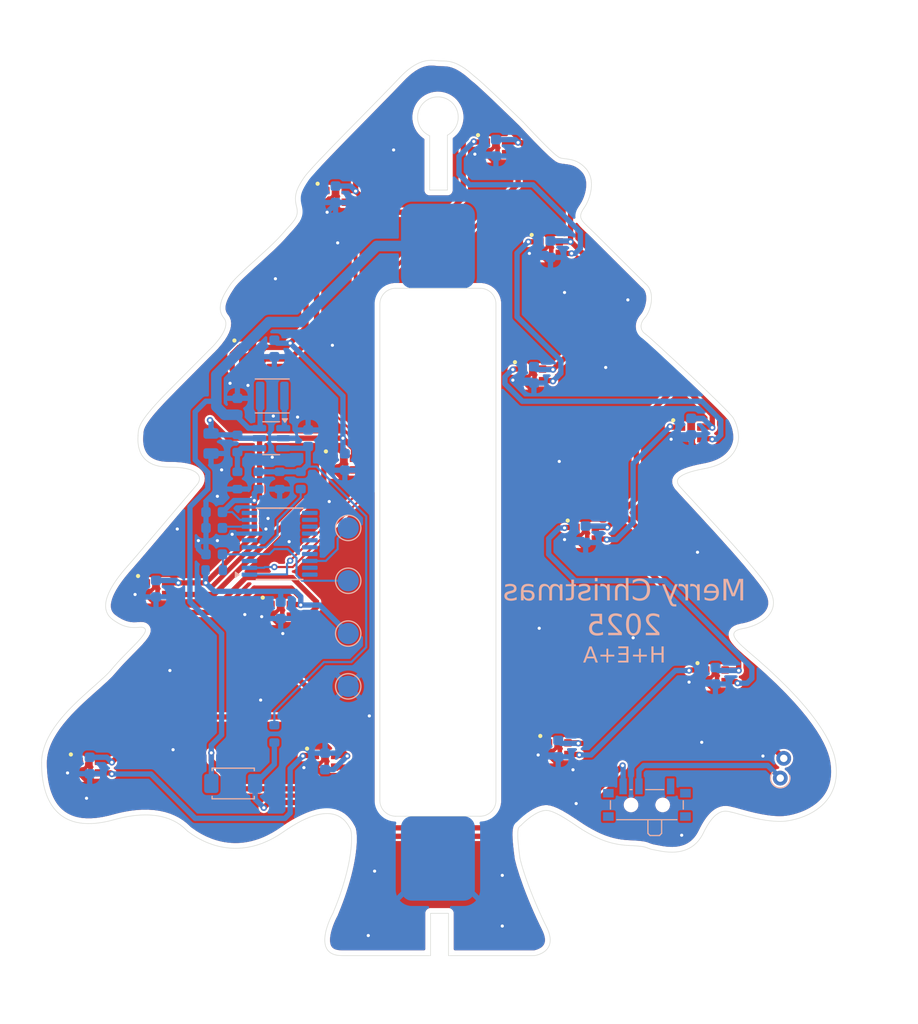
<source format=kicad_pcb>
(kicad_pcb (version 20241229) (generator "pcbnew") (generator_version "9.0")
  (layers (0 "F.Cu" signal) (2 "B.Cu" signal) (13 "F.Paste" user) (15 "B.Paste" user) (5 "F.SilkS" user "F.Silkscreen") (7 "B.SilkS" user "B.Silkscreen") (1 "F.Mask" user) (3 "B.Mask" user) (25 "Edge.Cuts" user))
  (net 0 "")
  (net 1 "GND")
  (net 2 "Net-(J1-Pin_1)")
  (net 3 "+5V")
  (net 4 "Net-(U1-EN)")
  (net 5 "Net-(U4-VCAP)")
  (net 6 "Net-(U1-SW)")
  (net 7 "Net-(LED1-DO)")
  (net 8 "Net-(LED1-DI)")
  (net 9 "Net-(LED2-DO)")
  (net 10 "Net-(LED3-DO)")
  (net 11 "Net-(LED4-DO)")
  (net 12 "Net-(LED11-DI)")
  (net 13 "Net-(LED6-DO)")
  (net 14 "Net-(LED6-DI)")
  (net 15 "Net-(LED7-DO)")
  (net 16 "Net-(LED8-DO)")
  (net 17 "Net-(LED10-DI)")
  (net 18 "Net-(LED10-DO)")
  (net 19 "Net-(U1-Vfb)")
  (net 20 "Net-(S1-A)")
  (net 21 "Net-(U4-PA1)")
  (net 22 "Net-(SW1-B)")
  (net 33 "Net-(U4-NRST)")
  (net 34 "Net-(U4-PD1)")
  (net 38 "Net-(LED11-DO)")
  (net 39 "unconnected-(LED12-DO-Pad1)")
  (net 40 "Net-(LED13-DO)")
  (footprint "my_custom_footyprints:WS2812_2020" (layer "F.Cu") (at 218.5 83.5 180)
    (property "Reference" "LED8" (hide yes))
    (property "Value" "~" (hide yes))
  )
  (footprint "my_custom_footyprints:WS2812_2020" (layer "F.Cu") (at 191.915 81.45 180)
    (property "Reference" "LED2" (hide yes))
    (property "Value" "~" (hide yes))
  )
  (footprint "my_custom_footyprints:WS2812_2020" (layer "F.Cu") (at 220.9 118.9 180)
    (property "Reference" "LED14" (hide yes))
    (property "Value" "~")
  )
  (footprint "my_custom_footyprints:WS2812_2020" (layer "F.Cu") (at 198.8 120.1 180)
    (property "Reference" "LED11" (hide yes))
    (property "Value" "~")
  )
  (footprint "my_custom_footyprints:WS2812_2020" (layer "F.Cu") (at 223.5 98.5 180)
    (property "Reference" "LED10" (hide yes))
    (property "Value" "~" (hide yes))
  )
  (footprint "my_custom_footyprints:WS2812_2020" (layer "F.Cu") (at 215 62 180)
    (property "Reference" "LED6" (hide yes))
    (property "Value" "~" (hide yes))
  )
  (footprint "my_custom_footyprints:WS2812_2020" (layer "F.Cu") (at 200.585 91.95 180)
    (property "Reference" "LED3" (hide yes))
    (property "Value" "~" (hide yes))
  )
  (footprint "my_custom_footyprints:WS2812_2020" (layer "F.Cu") (at 235.8 112 180)
    (property "Reference" "LED13" (hide yes))
    (property "Value" "~")
  )
  (footprint "my_custom_footyprints:WS2812_2020" (layer "F.Cu") (at 220.085 71.45 180)
    (property "Reference" "LED7" (hide yes))
    (property "Value" "~" (hide yes))
  )
  (footprint "my_custom_footyprints:WS2812_2020" (layer "F.Cu") (at 194.6 105.8 180)
    (property "Reference" "LED5" (hide yes))
    (property "Value" "~" (hide yes))
  )
  (footprint "my_custom_footyprints:WS2812_2020" (layer "F.Cu") (at 176.4175 120.65 180)
    (property "Reference" "LED12" (hide yes))
    (property "Value" "~")
  )
  (footprint "my_custom_footyprints:WS2812_2020" (layer "F.Cu") (at 182.7825 103.75 180)
    (property "Reference" "LED4" (hide yes))
    (property "Value" "~" (hide yes))
  )
  (footprint "my_custom_footyprints:WS2812_2020" (layer "F.Cu") (at 233.5 89 180)
    (property "Reference" "LED9" (hide yes))
    (property "Value" "~" (hide yes))
  )
  (footprint "my_custom_footyprints:WS2812_2020" (layer "F.Cu") (at 199.8 66.6 180)
    (property "Reference" "LED1" (hide yes))
    (property "Value" "~" (hide yes))
  )
  (footprint "PCM_JLCPCB:C_0603" (layer "B.Cu") (at 199.8 66.4 90)
    (property "Reference" "C12" (hide yes))
    (property "Value" "100nF" (hide yes))
  )
  (footprint "Inductor_SMD:L_APV_ANR3015" (layer "B.Cu") (at 193.8 85.5)
    (property "Reference" "L1" (hide yes))
    (property "Value" "4u7" (hide yes))
  )
  (footprint "PCM_JLCPCB:C_0603" (layer "B.Cu") (at 188.3 100.5 180)
    (property "Reference" "C16" (hide yes))
    (property "Value" "100nF" (hide yes))
  )
  (footprint "PCM_JLCPCB:R_0603" (layer "B.Cu") (at 190.5 90 -90)
    (property "Reference" "R1" (hide yes))
    (property "Value" "470kΩ" (hide yes))
  )
  (footprint "PCM_JLCPCB:R_0603" (layer "B.Cu") (at 192.5 93.5 -90)
    (property "Reference" "R3" (hide yes))
    (property "Value" "100kΩ" (hide yes))
  )
  (footprint "PCM_JLCPCB:C_0603" (layer "B.Cu") (at 235.8 112 90)
    (property "Reference" "C19" (hide yes))
    (property "Value" "100nF")
  )
  (footprint "PCM_JLCPCB:C_0603" (layer "B.Cu") (at 233.5 88.4 90)
    (property "Reference" "C15" (hide yes))
    (property "Value" "100nF" (hide yes))
  )
  (footprint "TestPoint:TestPoint_Pad_D2.0mm" (layer "B.Cu") (at 201 98)
    (property "Reference" "TP1" (hide yes))
    (property "Value" "TestPoint" (hide yes))
  )
  (footprint "PCM_JLCPCB:C_0603" (layer "B.Cu") (at 220.9 118.9 90)
    (property "Reference" "C20" (hide yes))
    (property "Value" "100nF")
  )
  (footprint "my_custom_footyprints:AAA cutout" (layer "B.Cu") (at 209.5 100.3 180)
    (property "Reference" "J1" (hide yes))
    (property "Value" "Conn_01x02" (hide yes))
    (fp_line (start 5.5 23.5) (end 5.5 -23.5) (stroke (width 0.05)) (layer "Edge.Cuts"))
    (fp_line (start -4 25) (end 4 25) (stroke (width 0.05)) (layer "Edge.Cuts"))
    (fp_line (start -4 -25) (end 4 -25) (stroke (width 0.05)) (layer "Edge.Cuts"))
    (fp_line (start -5.5 23.499999) (end -5.5 -23.499999) (stroke (width 0.05)) (layer "Edge.Cuts"))
    (fp_arc (start 5.5 23.5) (mid 5.06066 24.56066) (end 4 25) (stroke (width 0.05)) (layer "Edge.Cuts"))
    (fp_arc (start 4 -25) (mid 5.06066 -24.56066) (end 5.5 -23.5) (stroke (width 0.05)) (layer "Edge.Cuts"))
    (fp_arc (start -4 25) (mid -5.06066 24.56066) (end -5.5 23.5) (stroke (width 0.05)) (layer "Edge.Cuts"))
    (fp_arc (start -5.5 -23.5) (mid -5.06066 -24.56066) (end -4 -25) (stroke (width 0.05)) (layer "Edge.Cuts"))
  )
  (footprint "PCM_JLCPCB:C_0603" (layer "B.Cu") (at 176.5 120.5 90)
    (property "Reference" "C18" (hide yes))
    (property "Value" "100nF")
  )
  (footprint "PCM_JLCPCB:SW_TS-1088-AR02016" (layer "B.Cu") (at 190.1 122.2 180)
    (property "Reference" "S1" (hide yes))
    (property "Value" "Tactile Button, 160gf" (hide yes))
  )
  (footprint "PCM_JLCPCB:C_0603" (layer "B.Cu") (at 188.3 98 180)
    (property "Reference" "C5" (hide yes))
    (property "Value" "1uF" (hide yes))
  )
  (footprint "PCM_JLCPCB:C_0603" (layer "B.Cu") (at 188.3 96.5)
    (property "Reference" "C6" (hide yes))
    (property "Value" "100nF" (hide yes))
  )
  (footprint "PCM_JLCPCB:C_0603" (layer "B.Cu") (at 200.685 91.75 90)
    (property "Reference" "C13" (hide yes))
    (property "Value" "100nF" (hide yes))
  )
  (footprint "PCM_JLCPCB:C_0603" (layer "B.Cu") (at 220.1675 71.6 90)
    (property "Reference" "C10" (hide yes))
    (property "Value" "100nF" (hide yes))
  )
  (footprint "PCM_JLCPCB:C_0603" (layer "B.Cu") (at 218.6 83.5 90)
    (property "Reference" "C9" (hide yes))
    (property "Value" "100nF" (hide yes))
  )
  (footprint "PCM_JLCPCB:R_0603" (layer "B.Cu") (at 196.5 93.5 -90)
    (property "Reference" "R5" (hide yes))
    (property "Value" "1kΩ" (hide yes))
  )
  (footprint "PCM_JLCPCB:C_0603" (layer "B.Cu") (at 182.7825 103.75 90)
    (property "Reference" "C8" (hide yes))
    (property "Value" "100nF" (hide yes))
  )
  (footprint "PCM_JLCPCB:C_0603" (layer "B.Cu") (at 194.6 105.8 90)
    (property "Reference" "C7" (hide yes))
    (property "Value" "100nF" (hide yes))
  )
  (footprint "TestPoint:TestPoint_Pad_D2.0mm" (layer "B.Cu") (at 201 113 -90)
    (property "Reference" "TP4" (hide yes))
    (property "Value" "TestPoint" (hide yes))
  )
  (footprint "Package_TO_SOT_SMD:SOT-23-6" (layer "B.Cu") (at 193.7 89.5 180)
    (property "Reference" "U1" (hide yes))
    (property "Value" "MCP1640B" (hide yes))
  )
  (footprint "PCM_JLCPCB:C_0603" (layer "B.Cu") (at 190.5 86.5 90)
    (property "Reference" "C1" (hide yes))
    (property "Value" "4.7uF" (hide yes))
  )
  (footprint "PCM_JLCPCB:C_0603" (layer "B.Cu") (at 197.2 89.5 90)
    (property "Reference" "C3" (hide yes))
    (property "Value" "1nF" (hide yes))
  )
  (footprint "PCM_JLCPCB:C_0805" (layer "B.Cu") (at 188 90 -90)
    (property "Reference" "C2" (hide yes))
    (property "Value" "10uF" (hide yes))
  )
  (footprint "Button_Switch_SMD:SW_SPDT_PCM12" (layer "B.Cu") (at 229.3 123.9 180)
    (property "Reference" "SW1" (hide yes))
    (property "Value" "SW_SPDT" (hide yes))
  )
  (footprint "PCM_JLCPCB:TSSOP-20_4.4x6.5mm_P0.65mm" (layer "B.Cu") (at 194.5 99.5)
    (property "Reference" "U4" (hide yes))
    (property "Value" "STM8S003F3P6TR" (hide yes))
  )
  (footprint "TestPoint:TestPoint_Pad_D2.0mm" (layer "B.Cu") (at 201 108 -90)
    (property "Reference" "TP3" (hide yes))
    (property "Value" "TestPoint" (hide yes))
  )
  (footprint "PCM_JLCPCB:R_0603" (layer "B.Cu") (at 188.3 102 180)
    (property "Reference" "R7" (hide yes))
    (property "Value" "100kΩ" (hide yes))
  )
  (footprint "Resistor_THT:R_Axial_DIN0204_L3.6mm_D1.6mm_P1.90mm_Vertical" (layer "B.Cu") (at 241.942849 121.691251 80)
    (property "Reference" "U2" (hide yes))
    (property "Value" "~" (hide yes))
  )
  (footprint "PCM_JLCPCB:C_0603" (layer "B.Cu") (at 194 81 90)
    (property "Reference" "C14" (hide yes))
    (property "Value" "100nF" (hide yes))
  )
  (footprint "PCM_JLCPCB:C_0603" (layer "B.Cu") (at 223.5 98.6 90)
    (property "Reference" "C11" (hide yes))
    (property "Value" "100nF" (hide yes))
  )
  (footprint "PCM_JLCPCB:R_0603" (layer "B.Cu") (at 194 117.5 90)
    (property "Reference" "R4" (hide yes))
    (property "Value" "10Ω" (hide yes))
  )
  (footprint "TestPoint:TestPoint_Pad_D2.0mm" (layer "B.Cu") (at 201 103)
    (property "Reference" "TP2" (hide yes))
    (property "Value" "TestPoint" (hide yes))
  )
  (footprint "PCM_JLCPCB:C_0603" (layer "B.Cu") (at 198.8 120.1 -90)
    (property "Reference" "C17" (hide yes))
    (property "Value" "100nF")
  )
  (footprint "PCM_JLCPCB:R_0603" (layer "B.Cu") (at 194.5 93.5 90)
    (property "Reference" "R6" (hide yes))
    (property "Value" "100kΩ" (hide yes))
  )
  (footprint "PCM_JLCPCB:R_0603" (layer "B.Cu") (at 190.5 93.5 -90)
    (property "Reference" "R2" (hide yes))
    (property "Value" "150kΩ" (hide yes))
  )
  (footprint "PCM_JLCPCB:C_0603" (layer "B.Cu") (at 215 62 90)
    (property "Reference" "C4" (hide yes))
    (property "Value" "100nF" (hide yes))
  )
  (gr_curve (pts (xy 185.79 126.73) (xy 185.99 126.83) (xy 189.88 130.27) (xy 194.86 126.78)) (stroke (width 0.05)) (layer "Edge.Cuts"))
  (gr_curve (pts (xy 178.81 125.63) (xy 183.94 124.19) (xy 185.59 126.63) (xy 185.79 126.73)) (stroke (width 0.05)) (layer "Edge.Cuts"))
  (gr_curve (pts (xy 240.75 103.56) (xy 239.11 101.13) (xy 232.56 94.29) (xy 232.36 94)) (stroke (width 0.05)) (layer "Edge.Cuts"))
  (gr_curve (pts (xy 201.19 126.48) (xy 201.44 126.88) (xy 201.53 129.78) (xy 199.54 134.51)) (stroke (width 0.05)) (layer "Edge.Cuts"))
  (gr_curve (pts (xy 184.04 92.24) (xy 187.23 92.24) (xy 187.12 93.38) (xy 186.66 93.91)) (stroke (width 0.05)) (layer "Edge.Cuts"))
  (gr_curve (pts (xy 219.82 124.75) (xy 220.78 124.8) (xy 222.66 126.29) (xy 223.48 126.75)) (stroke (width 0.05)) (layer "Edge.Cuts"))
  (gr_line (start 210.4 60.8) (end 210.4 66) (stroke (width 0.05)) (layer "Edge.Cuts"))
  (gr_curve (pts (xy 219.8 135.8) (xy 221 138.2) (xy 218.66 138.5) (xy 218.66 138.5)) (stroke (width 0.05)) (layer "Edge.Cuts"))
  (gr_curve (pts (xy 181.08 89.25) (xy 181.05 89.78) (xy 180.85 92.24) (xy 184.04 92.24)) (stroke (width 0.05)) (layer "Edge.Cuts"))
  (gr_curve (pts (xy 234.77 92.38) (xy 237.92 91.81) (xy 238.02 89.72) (xy 237.99 89.3)) (stroke (width 0.05)) (layer "Edge.Cuts"))
  (gr_line (start 210.5 138.5) (end 210.5 134.5) (stroke (width 0.05)) (layer "Edge.Cuts"))
  (gr_curve (pts (xy 221.06 62.94) (xy 220.49 62.74) (xy 217.72 59.69) (xy 217.58 59.56)) (stroke (width 0.05)) (layer "Edge.Cuts"))
  (gr_curve (pts (xy 227.58 128.07) (xy 229.59 128.16) (xy 229.03 128.29) (xy 229.9 128.47)) (stroke (width 0.05)) (layer "Edge.Cuts"))
  (gr_line (start 210.5 134.5) (end 208.8 134.5) (stroke (width 0.05)) (layer "Edge.Cuts"))
  (gr_curve (pts (xy 178.66 106.66) (xy 180.48 108.02) (xy 181.42 107.06) (xy 181.75 107.56)) (stroke (width 0.05)) (layer "Edge.Cuts"))
  (gr_arc (start 208.718779 60.857752) (mid 209.433963 57.177596) (end 210.4 60.8) (stroke (width 0.05)) (layer "Edge.Cuts"))
  (gr_curve (pts (xy 189.82 74.96) (xy 189.22 75.86) (xy 188.39 77.12) (xy 189.22 78.12)) (stroke (width 0.05)) (layer "Edge.Cuts"))
  (gr_curve (pts (xy 182.04 87.13) (xy 181.08 88.32) (xy 181.11 88.72) (xy 181.08 89.25)) (stroke (width 0.05)) (layer "Edge.Cuts"))
  (gr_curve (pts (xy 180.15 101.54) (xy 179.32 102.47) (xy 176.84 105.3) (xy 178.66 106.66)) (stroke (width 0.05)) (layer "Edge.Cuts"))
  (gr_curve (pts (xy 217.28 129.29) (xy 216.83 126.1) (xy 217.19 126.37) (xy 217.39 126.15)) (stroke (width 0.05)) (layer "Edge.Cuts"))
  (gr_curve (pts (xy 212.95 55.22) (xy 211.12 53.53) (xy 210.23 53.82) (xy 209.56 53.76)) (stroke (width 0.05)) (layer "Edge.Cuts"))
  (gr_curve (pts (xy 171.94 120.25) (xy 171.94 124.11) (xy 173.68 127.07) (xy 178.81 125.63)) (stroke (width 0.05)) (layer "Edge.Cuts"))
  (gr_curve (pts (xy 178.56 111.41) (xy 177.13 113.14) (xy 171.94 116.39) (xy 171.94 120.25)) (stroke (width 0.05)) (layer "Edge.Cuts"))
  (gr_curve (pts (xy 194.86 126.78) (xy 199.84 123.29) (xy 200.94 126.08) (xy 201.19 126.48)) (stroke (width 0.05)) (layer "Edge.Cuts"))
  (gr_curve (pts (xy 237.38 124.93) (xy 237.75 124.98) (xy 240.66 126.01) (xy 242.56 125.75)) (stroke (width 0.05)) (layer "Edge.Cuts"))
  (gr_curve (pts (xy 189.22 78.12) (xy 190.05 79.12) (xy 187.83 81.14) (xy 187.83 81.14)) (stroke (width 0.05)) (layer "Edge.Cuts"))
  (gr_curve (pts (xy 223.34 67.71) (xy 223.98 66.79) (xy 224.47 65.02) (xy 223.52 63.96)) (stroke (width 0.05)) (layer "Edge.Cuts"))
  (gr_curve (pts (xy 237.48 87.57) (xy 237.08 86.89) (xy 229.56 79.88) (xy 229.16 79.63)) (stroke (width 0.05)) (layer "Edge.Cuts"))
  (gr_curve (pts (xy 224.03 69.77) (xy 223.1 68.88) (xy 222.7 68.63) (xy 223.34 67.71)) (stroke (width 0.05)) (layer "Edge.Cuts"))
  (gr_line (start 211.4125 138.5) (end 217.4125 138.5) (stroke (width 0.05)) (layer "Edge.Cuts"))
  (gr_curve (pts (xy 234.67 126.86) (xy 235.94 124.22) (xy 237.01 124.88) (xy 237.38 124.93)) (stroke (width 0.05)) (layer "Edge.Cuts"))
  (gr_curve (pts (xy 238.86 109.66) (xy 237.69 108.65) (xy 236.82 107.8) (xy 238.4 107.53)) (stroke (width 0.05)) (layer "Edge.Cuts"))
  (gr_line (start 208.718782 60.857752) (end 208.718782 66) (stroke (width 0.05)) (layer "Edge.Cuts"))
  (gr_curve (pts (xy 194.64 70.28) (xy 193.41 71.67) (xy 190.42 74.06) (xy 189.82 74.96)) (stroke (width 0.05)) (layer "Edge.Cuts"))
  (gr_line (start 210.4 66) (end 208.718782 66) (stroke (width 0.05)) (layer "Edge.Cuts"))
  (gr_curve (pts (xy 247.17 120.04) (xy 246.48 115.96) (xy 240.03 110.67) (xy 238.86 109.66)) (stroke (width 0.05)) (layer "Edge.Cuts"))
  (gr_curve (pts (xy 229.9 128.47) (xy 230.57 128.56) (xy 233.4 129.5) (xy 234.67 126.86)) (stroke (width 0.05)) (layer "Edge.Cuts"))
  (gr_curve (pts (xy 242.56 125.75) (xy 244.46 125.49) (xy 247.86 124.12) (xy 247.17 120.04)) (stroke (width 0.05)) (layer "Edge.Cuts"))
  (gr_curve (pts (xy 199.54 134.51) (xy 199.2 135.1) (xy 197.6 138.5) (xy 200.4 138.5)) (stroke (width 0.05)) (layer "Edge.Cuts"))
  (gr_curve (pts (xy 223.48 126.75) (xy 224.3 127.21) (xy 225.57 127.98) (xy 227.58 128.07)) (stroke (width 0.05)) (layer "Edge.Cuts"))
  (gr_curve (pts (xy 217.28 129.29) (xy 217.6 130.7) (xy 218.6 133.4) (xy 219.8 135.8)) (stroke (width 0.05)) (layer "Edge.Cuts"))
  (gr_curve (pts (xy 229.1 78.11) (xy 229.69 77.45) (xy 230.16 75.65) (xy 229.16 74.86)) (stroke (width 0.05)) (layer "Edge.Cuts"))
  (gr_curve (pts (xy 205.84 55.39) (xy 203.98 57.38) (xy 197.56 63.72) (xy 196.83 64.79)) (stroke (width 0.05)) (layer "Edge.Cuts"))
  (gr_curve (pts (xy 217.39 126.15) (xy 217.59 125.93) (xy 218.86 124.7) (xy 219.82 124.75)) (stroke (width 0.05)) (layer "Edge.Cuts"))
  (gr_curve (pts (xy 209.56 53.76) (xy 208.89 53.7) (xy 207.7 53.4) (xy 205.84 55.39)) (stroke (width 0.05)) (layer "Edge.Cuts"))
  (gr_curve (pts (xy 229.16 74.86) (xy 224.06 69.8) (xy 224.96 70.66) (xy 224.03 69.77)) (stroke (width 0.05)) (layer "Edge.Cuts"))
  (gr_curve (pts (xy 186.66 93.91) (xy 186.2 94.44) (xy 180.98 100.61) (xy 180.15 101.54)) (stroke (width 0.05)) (layer "Edge.Cuts"))
  (gr_curve (pts (xy 237.99 89.3) (xy 237.96 88.88) (xy 237.88 88.25) (xy 237.48 87.57)) (stroke (width 0.05)) (layer "Edge.Cuts"))
  (gr_curve (pts (xy 196.1 67.55) (xy 196.37 68.58) (xy 195.87 68.89) (xy 194.64 70.28)) (stroke (width 0.05)) (layer "Edge.Cuts"))
  (gr_curve (pts (xy 232.36 94) (xy 232.16 93.71) (xy 231.62 92.95) (xy 234.77 92.38)) (stroke (width 0.05)) (layer "Edge.Cuts"))
  (gr_line (start 206.9125 138.5) (end 208.8 138.5) (stroke (width 0.05)) (layer "Edge.Cuts"))
  (gr_curve (pts (xy 217.58 59.56) (xy 217.44 59.43) (xy 213.69 55.74) (xy 212.95 55.22)) (stroke (width 0.05)) (layer "Edge.Cuts"))
  (gr_line (start 200.4 138.5) (end 200.9125 138.5) (stroke (width 0.05)) (layer "Edge.Cuts"))
  (gr_line (start 208.8 134.5) (end 208.8 138.5) (stroke (width 0.05)) (layer "Edge.Cuts"))
  (gr_curve (pts (xy 229.16 79.63) (xy 228.76 79.38) (xy 228.51 78.77) (xy 229.1 78.11)) (stroke (width 0.05)) (layer "Edge.Cuts"))
  (gr_line (start 200.9125 138.5) (end 206.9125 138.5) (stroke (width 0.05)) (layer "Edge.Cuts"))
  (gr_curve (pts (xy 196.83 64.79) (xy 196.1 65.86) (xy 195.83 66.52) (xy 196.1 67.55)) (stroke (width 0.05)) (layer "Edge.Cuts"))
  (gr_curve (pts (xy 187.83 81.14) (xy 184.2 84.8) (xy 183 85.94) (xy 182.04 87.13)) (stroke (width 0.05)) (layer "Edge.Cuts"))
  (gr_line (start 217.4125 138.5) (end 218.66 138.5) (stroke (width 0.05)) (layer "Edge.Cuts"))
  (gr_curve (pts (xy 223.52 63.96) (xy 222.57 62.9) (xy 221.63 63.14) (xy 221.06 62.94)) (stroke (width 0.05)) (layer "Edge.Cuts"))
  (gr_curve (pts (xy 181.75 107.56) (xy 182.08 108.06) (xy 179.99 109.68) (xy 178.56 111.41)) (stroke (width 0.05)) (layer "Edge.Cuts"))
  (gr_curve (pts (xy 238.4 107.53) (xy 239.98 107.26) (xy 242.39 105.99) (xy 240.75 103.56)) (stroke (width 0.05)) (layer "Edge.Cuts"))
  (gr_line (start 210.5 138.5) (end 211.4125 138.5) (stroke (width 0.05)) (layer "Edge.Cuts"))
  (gr_text "H+E+A\n" (at 231.1 111 0) (layer "B.SilkS") (effects (font (size 1.5 1.5) (thickness 0.1)) (justify left bottom mirror)))
  (gr_text "Merry Christmas" (at 238.7 105.2 -0) (layer "B.SilkS") (effects (font (size 2 2) (thickness 0.1)) (justify left bottom mirror)))
  (gr_text "2025" (at 230.7 108.5 0) (layer "B.SilkS") (effects (font (size 2 2) (thickness 0.1)) (justify left bottom mirror)))
  (segment (start 231.65 89.55) (end 231.6 89.6) (width 0.5) (layer "F.Cu") (net 1))
  (segment (start 219.17 72) (end 218.1675 72) (width 0.5) (layer "F.Cu") (net 1))
  (segment (start 219.985 119.45) (end 219.05 119.45) (width 0.5) (layer "F.Cu") (net 1))
  (segment (start 234.885 112.55) (end 233.35 112.55) (width 0.5) (layer "F.Cu") (net 1))
  (segment (start 199 67.265) (end 198.885 67.15) (width 0.5) (layer "F.Cu") (net 1))
  (segment (start 233.35 112.55) (end 233.3 112.6) (width 0.5) (layer "F.Cu") (net 1))
  (segment (start 221.55 99.05) (end 221.5 99.1) (width 0.5) (layer "F.Cu") (net 1))
  (segment (start 181.8675 104.3) (end 180.8 104.3) (width 0.5) (layer "F.Cu") (net 1))
  (segment (start 222.585 99.05) (end 221.55 99.05) (width 0.5) (layer "F.Cu") (net 1))
  (segment (start 216.65 84.05) (end 216.6 84) (width 0.5) (layer "F.Cu") (net 1))
  (segment (start 199 68.1) (end 199 67.265) (width 0.5) (layer "F.Cu") (net 1))
  (segment (start 193.685 106.35) (end 192.85 106.35) (width 0.5) (layer "F.Cu") (net 1))
  (segment (start 219.05 119.45) (end 219 119.5) (width 0.5) (layer "F.Cu") (net 1))
  (segment (start 217.585 84.05) (end 216.65 84.05) (width 0.5) (layer "F.Cu") (net 1))
  (segment (start 175.5025 121.2) (end 174.4 121.2) (width 0.5) (layer "F.Cu") (net 1))
  (segment (start 213.05 62.55) (end 213 62.6) (width 0.5) (layer "F.Cu") (net 1))
  (segment (start 232.585 89.55) (end 231.65 89.55) (width 0.5) (layer "F.Cu") (net 1))
  (segment (start 197.885 120.65) (end 196.85 120.65) (width 0.5) (layer "F.Cu") (net 1))
  (segment (start 192.85 106.35) (end 192.8 106.4) (width 0.5) (layer "F.Cu") (net 1))
  (segment (start 196.85 120.65) (end 196.8 120.7) (width 0.5) (layer "F.Cu") (net 1))
  (segment (start 214.085 62.55) (end 213.05 62.55) (width 0.5) (layer "F.Cu") (net 1))
  (via (at 234.5 118.3) (size 0.6) (drill 0.3) (layers "F.Cu" "B.Cu") (net 1))
  (via (at 174.4 121.2) (size 0.6) (drill 0.3) (layers "F.Cu" "B.Cu") (net 1))
  (via (at 195.4 99.3) (size 0.6) (drill 0.3) (layers "F.Cu" "B.Cu") (net 1))
  (via (at 215.6 135.7) (size 0.6) (drill 0.3) (layers "F.Cu" "B.Cu") (net 1))
  (via (at 199.2 95.5) (size 0.6) (drill 0.3) (layers "F.Cu" "B.Cu") (net 1))
  (via (at 184.4 119) (size 0.6) (drill 0.3) (layers "F.Cu" "B.Cu") (net 1))
  (via (at 188.6 99.2) (size 0.6) (drill 0.3) (layers "F.Cu" "B.Cu") (net 1))
  (via (at 219.1 107.5) (size 0.6) (drill 0.3) (layers "F.Cu" "B.Cu") (net 1))
  (via (at 190 98.6) (size 0.6) (drill 0.3) (layers "F.Cu" "B.Cu") (net 1))
  (via (at 232.6 127.1) (size 0.6) (drill 0.3) (layers "F.Cu" "B.Cu") (net 1))
  (via (at 233.3 112.6) (size 0.6) (drill 0.3) (layers "F.Cu" "B.Cu") (net 1))
  (via (at 193.9 87.4) (size 0.6) (drill 0.3) (layers "F.Cu" "B.Cu") (net 1))
  (via (at 227.5 76.4) (size 0.6) (drill 0.3) (layers "F.Cu" "B.Cu") (net 1))
  (via (at 219 119.5) (size 0.6) (drill 0.3) (layers "F.Cu" "B.Cu") (net 1))
  (via (at 193.4 97.1) (size 0.6) (drill 0.3) (layers "F.Cu" "B.Cu") (net 1))
  (via (at 203 115.8) (size 0.6) (drill 0.3) (layers "F.Cu" "B.Cu") (net 1))
  (via (at 186.8 99.2) (size 0.6) (drill 0.3) (layers "F.Cu" "B.Cu") (net 1))
  (via (at 184.1 111.5) (size 0.6) (drill 0.3) (layers "F.Cu" "B.Cu") (net 1))
  (via (at 193.2 98.1) (size 0.6) (drill 0.3) (layers "F.Cu" "B.Cu") (net 1))
  (via (at 199 68.1) (size 0.6) (drill 0.3) (layers "F.Cu" "B.Cu") (net 1))
  (via (at 192.7 114.3) (size 0.6) (drill 0.3) (layers "F.Cu" "B.Cu") (net 1))
  (via (at 231.6 89.6) (size 0.6) (drill 0.3) (layers "F.Cu" "B.Cu") (net 1))
  (via (at 222.6 124.1) (size 0.6) (drill 0.3) (layers "F.Cu" "B.Cu") (net 1))
  (via (at 218.1675 72) (size 0.6) (drill 0.3) (layers "F.Cu" "B.Cu") (net 1))
  (via (at 180.8 104.3) (size 0.6) (drill 0.3) (layers "F.Cu" "B.Cu") (net 1))
  (via (at 188.6 95) (size 0.6) (drill 0.3) (layers "F.Cu" "B.Cu") (net 1))
  (via (at 203.5 130.5) (size 0.6) (drill 0.3) (layers "F.Cu" "B.Cu") (net 1))
  (via (at 202.9 136.6) (size 0.6) (drill 0.3) (layers "F.Cu" "B.Cu") (net 1))
  (via (at 240.3 119.6) (size 0.6) (drill 0.3) (layers "F.Cu" "B.Cu") (net 1))
  (via (at 194.8 108) (size 0.6) (drill 0.3) (layers "F.Cu" "B.Cu") (net 1))
  (via (at 213 62.6) (size 0.6) (drill 0.3) (layers "F.Cu" "B.Cu") (net 1))
  (via (at 205.3 62.2) (size 0.6) (drill 0.3) (layers "F.Cu" "B.Cu") (net 1))
  (via (at 221 91.7) (size 0.6) (drill 0.3) (layers "F.Cu" "B.Cu") (net 1))
  (via (at 225.4 82.8) (size 0.6) (drill 0.3) (layers "F.Cu" "B.Cu") (net 1))
  (via (at 221.5 99.1) (size 0.6) (drill 0.3) (layers "F.Cu" "B.Cu") (net 1))
  (via (at 189.8 84.3) (size 0.6) (drill 0.3) (layers "F.Cu" "B.Cu") (net 1))
  (via (at 191.2 106.2) (size 0.6) (drill 0.3) (layers "F.Cu" "B.Cu") (net 1))
  (via (at 222.3 120.9) (size 0.6) (drill 0.3) (layers "F.Cu" "B.Cu") (net 1))
  (via (at 191.5 84.5) (size 0.6) (drill 0.3) (layers "F.Cu" "B.Cu") (net 1))
  (via (at 192.8 106.4) (size 0.6) (drill 0.3) (layers "F.Cu" "B.Cu") (net 1))
  (via (at 200 71) (size 0.6) (drill 0.3) (layers "F.Cu" "B.Cu") (net 1))
  (via (at 234.1 100.3) (size 0.6) (drill 0.3) (layers "F.Cu" "B.Cu") (net 1))
  (via (at 196.8 120.7) (size 0.6) (drill 0.3) (layers "F.Cu" "B.Cu") (net 1))
  (via (at 196.2 87.5) (size 0.6) (drill 0.3) (layers "F.Cu" "B.Cu") (net 1))
  (via (at 221.5 75.7) (size 0.6) (drill 0.3) (layers "F.Cu" "B.Cu") (net 1))
  (via (at 199.5 80.7) (size 0.6) (drill 0.3) (layers "F.Cu" "B.Cu") (net 1))
  (via (at 176.2 123.6) (size 0.6) (drill 0.3) (layers "F.Cu" "B.Cu") (net 1))
  (via (at 194.1 74.4) (size 0.6) (drill 0.3) (layers "F.Cu" "B.Cu") (net 1))
  (via (at 228 108.4) (size 0.6) (drill 0.3) (layers "F.Cu" "B.Cu") (net 1))
  (via (at 193.8 91.3) (size 0.6) (drill 0.3) (layers "F.Cu" "B.Cu") (net 1))
  (via (at 216.6 84) (size 0.6) (drill 0.3) (layers "F.Cu" "B.Cu") (net 1))
  (via (at 184.8 98.1) (size 0.6) (drill 0.3) (layers "F.Cu" "B.Cu") (net 1))
  (via (at 215.6 130.9) (size 0.6) (drill 0.3) (layers "F.Cu" "B.Cu") (net 1))
  (via (at 189 92.5) (size 0.6) (drill 0.3) (layers "F.Cu" "B.Cu") (net 1))
  (segment (start 199.8 67.3) (end 199 68.1) (width 0.5) (layer "B.Cu") (net 1))
  (segment (start 223.22 99.1) (end 223.5 99.38) (width 0.5) (layer "B.Cu") (net 1))
  (segment (start 214.82 62.6) (end 215 62.78) (width 0.5) (layer "B.Cu") (net 1))
  (segment (start 231.6 89.6) (end 233.08 89.6) (width 0.5) (layer "B.Cu") (net 1))
  (segment (start 213 62.6) (end 214.82 62.6) (width 0.5) (layer "B.Cu") (net 1))
  (segment (start 220.72 119.5) (end 220.9 119.68) (width 0.5) (layer "B.Cu") (net 1))
  (segment (start 187.3 100.5) (end 186.8 100) (width 0.5) (layer "B.Cu") (net 1))
  (segment (start 219.7875 72) (end 220.1675 72.38) (width 0.5) (layer "B.Cu") (net 1))
  (segment (start 199.8 67.18) (end 199.8 67.3) (width 0.5) (layer "B.Cu") (net 1))
  (segment (start 182.7825 104.53) (end 181.03 104.53) (width 0.5) (layer "B.Cu") (net 1))
  (segment (start 221.5 99.1) (end 223.22 99.1) (width 0.5) (layer "B.Cu") (net 1))
  (segment (start 233.3 112.6) (end 235.62 112.6) (width 0.5) (layer "B.Cu") (net 1))
  (segment (start 218.32 84) (end 218.6 84.28) (width 0.5) (layer "B.Cu") (net 1))
  (segment (start 219 119.5) (end 220.72 119.5) (width 0.5) (layer "B.Cu") (net 1))
  (segment (start 216.6 84) (end 218.32 84) (width 0.5) (layer "B.Cu") (net 1))
  (segment (start 187.52 100.5) (end 187.3 100.5) (width 0.5) (layer "B.Cu") (net 1))
  (segment (start 176.5 121.28) (end 174.48 121.28) (width 0.5) (layer "B.Cu") (net 1))
  (segment (start 181.03 104.53) (end 180.8 104.3) (width 0.5) (layer "B.Cu") (net 1))
  (segment (start 174.48 121.28) (end 174.4 121.2) (width 0.5) (layer "B.Cu") (net 1))
  (segment (start 235.62 112.6) (end 235.8 112.78) (width 0.5) (layer "B.Cu") (net 1))
  (segment (start 186.8 100) (end 186.8 99.2) (width 0.5) (layer "B.Cu") (net 1))
  (segment (start 218.1675 72) (end 219.7875 72) (width 0.5) (layer "B.Cu") (net 1))
  (segment (start 233.08 89.6) (end 233.5 89.18) (width 0.5) (layer "B.Cu") (net 1))
  (segment (start 223.501 122.299) (end 218.501 122.299) (width 0.5) (layer "F.Cu") (net 2))
  (segment (start 188.025 120.025) (end 188.025 119.3) (width 0.5) (layer "F.Cu") (net 2))
  (segment (start 218.501 122.299) (end 214.4 126.4) (width 0.5) (layer "F.Cu") (net 2))
  (segment (start 241.301665 118.849) (end 235.013075 118.849) (width 0.5) (layer "F.Cu") (net 2))
  (segment (start 226.749 119.051) (end 223.501 122.299) (width 0.5) (layer "F.Cu") (net 2))
  (segment (start 190.7 122.7) (end 188.025 120.025) (width 0.5) (layer "F.Cu") (net 2))
  (segment (start 234.811075 119.051) (end 226.749 119.051) (width 0.5) (layer "F.Cu") (net 2))
  (segment (start 214.4 126.4) (end 204.891364 126.4) (width 0.5) (layer "F.Cu") (net 2))
  (segment (start 204.891364 126.4) (end 201.191364 122.7) (width 0.5) (layer "F.Cu") (net 2))
  (segment (start 201.191364 122.7) (end 190.7 122.7) (width 0.5) (layer "F.Cu") (net 2))
  (segment (start 242.272781 119.820116) (end 241.301665 118.849) (width 0.5) (layer "F.Cu") (net 2))
  (segment (start 235.013075 118.849) (end 234.811075 119.051) (width 0.5) (layer "F.Cu") (net 2))
  (via (at 188.025 119.3) (size 0.6) (drill 0.3) (layers "F.Cu" "B.Cu") (net 2))
  (segment (start 188.025 118.575) (end 189 117.6) (width 0.5) (layer "B.Cu") (net 2))
  (segment (start 209.5 71.3) (end 203.7 71.3) (width 1) (layer "B.Cu") (net 2))
  (segment (start 188.025 122.2) (end 188.025 119.3) (width 0.5) (layer "B.Cu") (net 2))
  (segment (start 186 96) (end 186 105) (width 0.5) (layer "B.Cu") (net 2))
  (segment (start 188.5 83.5) (end 188.5 86) (width 1) (layer "B.Cu") (net 2))
  (segment (start 203.7 71.3) (end 196.5 78.5) (width 1) (layer "B.Cu") (net 2))
  (segment (start 187.686897 94.313103) (end 186 96) (width 0.5) (layer "B.Cu") (net 2))
  (segment (start 188.5 86.5) (end 189.28 87.28) (width 1) (layer "B.Cu") (net 2))
  (segment (start 186.5 87) (end 186.5 91.554292) (width 0.5) (layer "B.Cu") (net 2))
  (segment (start 187.5 86) (end 186.5 87) (width 0.5) (layer "B.Cu") (net 2))
  (segment (start 188.025 119.3) (end 188.025 118.575) (width 0.5) (layer "B.Cu") (net 2))
  (segment (start 189 108) (end 189 117.6) (width 0.5) (layer "B.Cu") (net 2))
  (segment (start 189.28 87.28) (end 190.5 87.28) (width 1) (layer "B.Cu") (net 2))
  (segment (start 187.686897 92.741189) (end 187.686897 94.313103) (width 0.5) (layer "B.Cu") (net 2))
  (segment (start 193.5 78.5) (end 188.5 83.5) (width 1) (layer "B.Cu") (net 2))
  (segment (start 192.65 88.4625) (end 192.5625 88.55) (width 0.5) (layer "B.Cu") (net 2))
  (segment (start 196.5 78.5) (end 193.5 78.5) (width 1) (layer "B.Cu") (net 2))
  (segment (start 190.5 87.5) (end 190.5 87.28) (width 0.5) (layer "B.Cu") (net 2))
  (segment (start 192.5625 88.55) (end 191.55 88.55) (width 0.5) (layer "B.Cu") (net 2))
  (segment (start 191.55 88.55) (end 190.5 87.5) (width 0.5) (layer "B.Cu") (net 2))
  (segment (start 192.65 85.5) (end 192.65 88.4625) (width 0.5) (layer "B.Cu") (net 2))
  (segment (start 188.5 86) (end 188.5 86.5) (width 1) (layer "B.Cu") (net 2))
  (segment (start 186.5 91.554292) (end 187.686897 92.741189) (width 0.5) (layer "B.Cu") (net 2))
  (segment (start 188.5 86) (end 187.5 86) (width 0.5) (layer "B.Cu") (net 2))
  (segment (start 186 105) (end 189 108) (width 0.5) (layer "B.Cu") (net 2))
  (segment (start 234.85 107.45) (end 229.1 101.7) (width 0.5) (layer "F.Cu") (net 3))
  (segment (start 238 110.6) (end 234.85 107.45) (width 0.5) (layer "F.Cu") (net 3))
  (segment (start 228.3 95.2) (end 228.3 88.4) (width 0.5) (layer "F.Cu") (net 3))
  (segment (start 238 111.5) (end 238 110.6) (width 0.5) (layer "F.Cu") (net 3))
  (segment (start 215.915 61.45) (end 217.05 61.45) (width 0.5) (layer "F.Cu") (net 3))
  (segment (start 226.3 78.1) (end 225.3 78.1) (width 0.5) (layer "F.Cu") (net 3))
  (segment (start 217.1 61.052061) (end 215.347939 59.3) (width 0.5) (layer "F.Cu") (net 3))
  (segment (start 201 90) (end 200.5 89.5) (width 0.5) (layer "F.Cu") (net 3))
  (segment (start 229.1 101.7) (end 229.1 98.7) (width 0.5) (layer "F.Cu") (net 3))
  (segment (start 201.5 91.4) (end 201.5 90.5) (width 0.5) (layer "F.Cu") (net 3))
  (segment (start 203.7 68.1) (end 201.7 66.1) (width 0.5) (layer "F.Cu") (net 3))
  (segment (start 195.6 103.7) (end 192.1 103.7) (width 0.5) (layer "F.Cu") (net 3))
  (segment (start 196.45 105.25) (end 196.5 105.3) (width 0.5) (layer "F.Cu") (net 3))
  (segment (start 213.5 59.3) (end 211.9 60.9) (width 0.5) (layer "F.Cu") (net 3))
  (segment (start 190.3 115.9) (end 197.2 115.9) (width 0.5) (layer "F.Cu") (net 3))
  (segment (start 195.515 105.25) (end 196.45 105.25) (width 0.5) (layer "F.Cu") (net 3))
  (segment (start 236.715 111.45) (end 237.95 111.45) (width 0.5) (layer "F.Cu") (net 3))
  (segment (start 234.65 107.45) (end 234.85 107.45) (width 0.5) (layer "F.Cu") (net 3))
  (segment (start 192.83 80.9) (end 195.1 80.9) (width 0.5) (layer "F.Cu") (net 3))
  (segment (start 183.6975 103.2) (end 184.9 103.2) (width 0.5) (layer "F.Cu") (net 3))
  (segment (start 217.1 61.5) (end 217.4 61.5) (width 0.5) (layer "F.Cu") (net 3))
  (segment (start 229.1 98.7) (end 226.95 96.55) (width 0.5) (layer "F.Cu") (net 3))
  (segment (start 198.8 64.3) (end 197 66.1) (width 0.5) (layer "F.Cu") (net 3))
  (segment (start 237.95 111.45) (end 238 111.5) (width 0.5) (layer "F.Cu") (net 3))
  (segment (start 200.85 119.55) (end 200.9 119.6) (width 0.5) (layer "F.Cu") (net 3))
  (segment (start 201.5 90.5) (end 201 90) (width 0.5) (layer "F.Cu") (net 3))
  (segment (start 221.815 118.35) (end 222.75 118.35) (width 0.5) (layer "F.Cu") (net 3))
  (segment (start 228.3 88.4) (end 232.45 84.25) (width 0.5) (layer "F.Cu") (net 3))
  (segment (start 197 66.1) (end 197 79) (width 0.5) (layer "F.Cu") (net 3))
  (segment (start 217.05 61.45) (end 217.1 61.5) (width 0.5) (layer "F.Cu") (net 3))
  (segment (start 225.3 74.070425) (end 225.3 78.1) (width 0.5) (layer "F.Cu") (net 3))
  (segment (start 222.0675 70.9) (end 222.129575 70.9) (width 0.5) (layer "F.Cu") (net 3))
  (segment (start 178.5 120.1) (end 178.6 120.2) (width 0.5) (layer "F.Cu") (net 3))
  (segment (start 235.45 88.45) (end 235.5 88.5) (width 0.5) (layer "F.Cu") (net 3))
  (segment (start 217.4 61.5) (end 222.0675 66.1675) (width 0.5) (layer "F.Cu") (net 3))
  (segment (start 225.3 78.1) (end 220.4 83) (width 0.5) (layer "F.Cu") (net 3))
  (segment (start 210.5 68.1) (end 203.7 68.1) (width 0.5) (layer "F.Cu") (net 3))
  (segment (start 192.1 98.6) (end 192.1 95.4) (width 0.5) (layer "F.Cu") (net 3))
  (segment (start 196.5 105.3) (end 196.5 104.6) (width 0.5) (layer "F.Cu") (net 3))
  (segment (start 192.6 89.5) (end 200.5 89.5) (width 0.5) (layer "F.Cu") (net 3))
  (segment (start 187.5 103.2) (end 192.1 98.6) (width 0.5) (layer "F.Cu") (net 3))
  (segment (start 225.55 97.95) (end 226.95 96.55) (width 0.5) (layer "F.Cu") (net 3))
  (segment (start 211.9 60.9) (end 211.9 66.7) (width 0.5) (layer "F.Cu") (net 3))
  (segment (start 197 79) (end 195.5 80.5) (width 0.5) (layer "F.Cu") (net 3))
  (segment (start 200.715 66.05) (end 201.65 66.05) (width 0.5) (layer "F.Cu") (net 3))
  (segment (start 199.715 119.55) (end 200.85 119.55) (width 0.5) (layer "F.Cu") (net 3))
  (segment (start 222.8 118.4) (end 223.7 118.4) (width 0.5) (layer "F.Cu") (net 3))
  (segment (start 226.95 96.55) (end 228.3 95.2) (width 0.5) (layer "F.Cu") (net 3))
  (segment (start 177.3325 120.1) (end 178.5 120.1) (width 0.5) (layer "F.Cu") (net 3))
  (segment (start 184.9 103.2) (end 187.5 103.2) (width 0.5) (layer "F.Cu") (net 3))
  (segment (start 190.3 105.5) (end 190.3 115.9) (width 0.5) (layer "F.Cu") (net 3))
  (segment (start 201.7 66.1) (end 201.7 64.9) (width 0.5) (layer "F.Cu") (net 3))
  (segment (start 219.415 82.95) (end 220.35 82.95) (width 0.5) (layer "F.Cu") (net 3))
  (segment (start 211.9 66.7) (end 210.5 68.1) (width 0.5) (layer "F.Cu") (net 3))
  (segment (start 195.1 80.9) (end 195.5 80.5) (width 0.5) (layer "F.Cu") (net 3))
  (segment (start 222.0675 66.1675) (end 222.0675 70.9) (width 0.5) (layer "F.Cu") (net 3))
  (segment (start 235.5 88.5) (end 235.5 87.3) (width 0.5) (layer "F.Cu") (net 3))
  (segment (start 197.2 115.9) (end 200.9 119.6) (width 0.5) (layer "F.Cu") (net 3))
  (segment (start 234.415 88.45) (end 235.45 88.45) (width 0.5) (layer "F.Cu") (net 3))
  (segment (start 201.1 64.3) (end 198.8 64.3) (width 0.5) (layer "F.Cu") (net 3))
  (segment (start 225.55 97.95) (end 224.415 97.95) (width 0.5) (layer "F.Cu") (net 3))
  (segment (start 192.6 89.5) (end 192.6 94.9) (width 0.5) (layer "F.Cu") (net 3))
  (segment (start 201.65 66.05) (end 201.7 66.1) (width 0.5) (layer "F.Cu") (net 3))
  (segment (start 182.9 115.9) (end 190.3 115.9) (width 0.5) (layer "F.Cu") (net 3))
  (segment (start 232.45 84.25) (end 226.3 78.1) (width 0.5) (layer "F.Cu") (net 3))
  (segment (start 221 70.9) (end 222.0675 70.9) (width 0.5) (layer "F.Cu") (net 3))
  (segment (start 189.6 89.5) (end 192.6 89.5) (width 0.5) (layer "F.Cu") (net 3))
  (segment (start 201.7 64.9) (end 201.1 64.3) (width 0.5) (layer "F.Cu") (net 3))
  (segment (start 235.5 87.3) (end 232.45 84.25) (width 0.5) (layer "F.Cu") (net 3))
  (segment (start 215.347939 59.3) (end 213.5 59.3) (width 0.5) (layer "F.Cu") (net 3))
  (segment (start 223.7 118.4) (end 234.65 107.45) (width 0.5) (layer "F.Cu") (net 3))
  (segment (start 217.1 61.5) (end 217.1 61.052061) (width 0.5) (layer "F.Cu") (net 3))
  (segment (start 192.6 94.9) (end 192.1 95.4) (width 0.5) (layer "F.Cu") (net 3))
  (segment (start 220.35 82.95) (end 220.4 83) (width 0.5) (layer "F.Cu") (net 3))
  (segment (start 178.6 120.2) (end 182.9 115.9) (width 0.5) (layer "F.Cu") (net 3))
  (segment (start 187.9 87.8) (end 189.6 89.5) (width 0.5) (layer "F.Cu") (net 3))
  (segment (start 222.75 118.35) (end 222.8 118.4) (width 0.5) (layer "F.Cu") (net 3))
  (segment (start 196.5 104.6) (end 195.6 103.7) (width 0.5) (layer "F.Cu") (net 3))
  (segment (start 222.129575 70.9) (end 225.3 74.070425) (width 0.5) (layer "F.Cu") (net 3))
  (segment (start 192.1 103.7) (end 190.3 105.5) (width 0.5) (layer "F.Cu") (net 3))
  (via (at 201.7 66.1) (size 0.6) (drill 0.3) (layers "F.Cu" "B.Cu") (net 3))
  (via (at 217.1 61.5) (size 0.6) (drill 0.3) (layers "F.Cu" "B.Cu") (net 3))
  (via (at 192.1 95.4) (size 0.6) (drill 0.3) (layers "F.Cu" "B.Cu") (net 3))
  (via (at 200.5 89.5) (size 0.6) (drill 0.3) (layers "F.Cu" "B.Cu") (net 3))
  (via (at 220.4 83) (size 0.6) (drill 0.3) (layers "F.Cu" "B.Cu") (net 3))
  (via (at 238 111.5) (size 0.6) (drill 0.3) (layers "F.Cu" "B.Cu") (net 3))
  (via (at 196.5 105.3) (size 0.6) (drill 0.3) (layers "F.Cu" "B.Cu") (net 3))
  (via (at 178.6 120.2) (size 0.6) (drill 0.3) (layers "F.Cu" "B.Cu") (net 3))
  (via (at 187.9 87.8) (size 0.6) (drill 0.3) (layers "F.Cu" "B.Cu") (net 3))
  (via (at 187.5 103.2) (size 0.6) (drill 0.3) (layers "F.Cu" "B.Cu") (net 3))
  (via (at 184.9 103.2) (size 0.6) (drill 0.3) (layers "F.Cu" "B.Cu") (net 3))
  (via (at 195.5 80.5) (size 0.6) (drill 0.3) (layers "F.Cu" "B.Cu") (net 3))
  (via (at 222.0675 70.9) (size 0.6) (drill 0.3) (layers "F.Cu" "B.Cu") (net 3))
  (via (at 222.8 118.4) (size 0.6) (drill 0.3) (layers "F.Cu" "B.Cu") (net 3))
  (via (at 225.55 97.95) (size 0.6) (drill 0.3) (layers "F.Cu" "B.Cu") (net 3))
  (via (at 235.5 88.5) (size 0.6) (drill 0.3) (layers "F.Cu" "B.Cu") (net 3))
  (via (at 200.9 119.6) (size 0.6) (drill 0.3) (layers "F.Cu" "B.Cu") (net 3))
  (segment (start 201 108) (end 198.3 105.3) (width 0.5) (layer "B.Cu") (net 3))
  (segment (start 199.62 120.88) (end 200.9 119.6) (width 0.5) (layer "B.Cu") (net 3))
  (segment (start 238 111.5) (end 236.08 111.5) (width 0.5) (layer "B.Cu") (net 3))
  (segment (start 198.3 105.3) (end 196.5 105.3) (width 0.5) (layer "B.Cu") (net 3))
  (segment (start 196 104) (end 194.6 104) (width 0.5) (layer "B.Cu") (net 3))
  (segment (start 199.8 65.62) (end 201.22 65.62) (width 0.5) (layer "B.Cu") (net 3))
  (segment (start 187.48 103.18) (end 187.5 103.2) (width 0.5) (layer "B.Cu") (net 3))
  (segment (start 201.22 65.62) (end 201.7 66.1) (width 0.5) (layer "B.Cu") (net 3))
  (segment (start 200.5 89.5) (end 200.5 90.785) (width 0.5) (layer "B.Cu") (net 3))
  (segment (start 236.08 111.5) (end 235.8 111.22) (width 0.5) (layer "B.Cu") (net 3))
  (segment (start 221.18 118.4) (end 220.9 118.12) (width 0.5) (layer "B.Cu") (net 3))
  (segment (start 225.42 97.82) (end 225.55 97.95) (width 0.5) (layer "B.Cu") (net 3))
  (segment (start 196.5 104.5) (end 196 104) (width 0.5) (layer "B.Cu") (net 3))
  (segment (start 194.6 104) (end 188.3 104) (width 0.5) (layer "B.Cu") (net 3))
  (segment (start 190.82 89.5) (end 190.5 89.18) (width 0.5) (layer "B.Cu") (net 3))
  (segment (start 200.5 85.5) (end 200.5 89.5) (width 0.5) (layer "B.Cu") (net 3))
  (segment (start 196.5 105.3) (end 196.5 104.5) (width 0.5) (layer "B.Cu") (net 3))
  (segment (start 222.8 118.4) (end 221.18 118.4) (width 0.5) (layer "B.Cu") (net 3))
  (segment (start 190.18 95.4) (end 192.1 95.4) (width 0.5) (layer "B.Cu") (net 3))
  (segment (start 190 96.5) (end 189.08 96.5) (width 0.2) (layer "B.Cu") (net 3))
  (segment (start 188 87.9) (end 187.9 87.8) (width 0.5) (layer "B.Cu") (net 3))
  (segment (start 192.1 94.72) (end 192.5 94.32) (width 0.5) (layer "B.Cu") (net 3))
  (segment (start 194.6 105.02) (end 194.6 104) (width 0.5) (layer "B.Cu") (net 3))
  (segment (start 216.82 61.22) (end 217.1 61.5) (width 0.5) (layer "B.Cu") (net 3))
  (segment (start 220.4 83) (end 218.88 83) (width 0.5) (layer "B.Cu") (net 3))
  (segment (start 182.7825 102.97) (end 184.67 102.97) (width 0.5) (layer "B.Cu") (net 3))
  (segment (start 223.5 97.82) (end 225.42 97.82) (width 0.5) (layer "B.Cu") (net 3))
  (segment (start 188.13 89.18) (end 188 89.05) (width 0.5) (layer "B.Cu") (net 3))
  (segment (start 184.67 102.97) (end 184.9 103.2) (width 0.5) (layer "B.Cu") (net 3))
  (segment (start 195.5 80.5) (end 200.5 85.5) (width 0.5) (layer "B.Cu") (net 3))
  (segment (start 189.08 96.5) (end 190.18 95.4) (width 0.5) (layer "B.Cu") (net 3))
  (segment (start 192.5625 89.5) (end 190.82 89.5) (width 0.5) (layer "B.Cu") (net 3))
  (segment (start 188 89.05) (end 188 87.9) (width 0.5) (layer "B.Cu") (net 3))
  (segment (start 233.5 87.62) (end 234.62 87.62) (width 0.5) (layer "B.Cu") (net 3))
  (segment (start 218.88 83) (end 218.6 82.72) (width 0.5) (layer "B.Cu") (net 3))
  (segment (start 220.1675 70.82) (end 221.9875 70.82) (width 0.5) (layer "B.Cu") (net 3))
  (segment (start 215 61.22) (end 216.82 61.22) (width 0.5) (layer "B.Cu") (net 3))
  (segment (start 190.73 97.23) (end 190 96.5) (width 0.2) (layer "B.Cu") (net 3))
  (segment (start 176.5 119.72) (end 178.12 119.72) (width 0.5) (layer "B.Cu") (net 3))
  (segment (start 234.62 87.62) (end 235.5 88.5) (width 0.5) (layer "B.Cu") (net 3))
  (segment (start 191.64 97.23) (end 190.73 97.23) (width 0.2) (layer "B.Cu") (net 3))
  (segment (start 178.12 119.72) (end 178.6 120.2) (width 0.5) (layer "B.Cu") (net 3))
  (segment (start 200.5 90.785) (end 200.685 90.97) (width 0.5) (layer "B.Cu") (net 3))
  (segment (start 198.8 120.88) (end 199.62 120.88) (width 0.5) (layer "B.Cu") (net 3))
  (segment (start 195.5 80.5) (end 194.28 80.5) (width 0.5) (layer "B.Cu") (net 3))
  (segment (start 188.3 104) (end 187.5 103.2) (width 0.5) (layer "B.Cu") (net 3))
  (segment (start 190.5 89.18) (end 188.13 89.18) (width 0.5) (layer "B.Cu") (net 3))
  (segment (start 192.1 95.4) (end 192.1 94.72) (width 0.5) (layer "B.Cu") (net 3))
  (segment (start 194.28 80.5) (end 194 80.22) (width 0.5) (layer "B.Cu") (net 3))
  (segment (start 221.9875 70.82) (end 222.0675 70.9) (width 0.5) (layer "B.Cu") (net 3))
  (segment (start 187.48 102) (end 187.48 103.18) (width 0.5) (layer "B.Cu") (net 3))
  (segment (start 194 115.4) (end 198.7 110.7) (width 0.2) (layer "B.Cu") (net 4))
  (segment (start 201.3 110.7) (end 202.7 109.3) (width 0.2) (layer "B.Cu") (net 4))
  (segment (start 202.7 96.9) (end 202.7 106.6) (width 0.2) (layer "B.Cu") (net 4))
  (segment (start 196.99 92.19) (end 196.5 92.68) (width 0.5) (layer "B.Cu") (net 4))
  (segment (start 198.7 110.7) (end 201.3 110.7) (width 0.2) (layer "B.Cu") (net 4))
  (segment (start 194 116.68) (end 194 115.4) (width 0.2) (layer "B.Cu") (net 4))
  (segment (start 197.03 90.45) (end 197.2 90.28) (width 0.5) (layer "B.Cu") (net 4))
  (segment (start 197.2 91.98) (end 196.99 92.19) (width 0.5) (layer "B.Cu") (net 4))
  (segment (start 196.99 92.19) (end 197.99 92.19) (width 0.2) (layer "B.Cu") (net 4))
  (segment (start 194.8375 90.45) (end 197.03 90.45) (width 0.5) (layer "B.Cu") (net 4))
  (segment (start 202.7 106.6) (end 202.7 109.3) (width 0.2) (layer "B.Cu") (net 4))
  (segment (start 192.5 92.68) (end 196.5 92.68) (width 0.5) (layer "B.Cu") (net 4))
  (segment (start 197.99 92.19) (end 202.7 96.9) (width 0.2) (layer "B.Cu") (net 4))
  (segment (start 197.2 90.28) (end 197.2 91.98) (width 0.5) (layer "B.Cu") (net 4))
  (segment (start 191.64 97.88) (end 189.2 97.88) (width 0.2) (layer "B.Cu") (net 5))
  (segment (start 189.2 97.88) (end 189.08 98) (width 0.2) (layer "B.Cu") (net 5))
  (segment (start 194.95 85.5) (end 194.95 88.4375) (width 0.5) (layer "B.Cu") (net 6))
  (segment (start 194.95 88.4375) (end 194.8375 88.55) (width 0.5) (layer "B.Cu") (net 6))
  (segment (start 198.65 66.05) (end 198.885 66.05) (width 0.5) (layer "F.Cu") (net 7))
  (segment (start 198 79.5) (end 198 66.7) (width 0.5) (layer "F.Cu") (net 7))
  (segment (start 192.83 82) (end 195.5 82) (width 0.5) (layer "F.Cu") (net 7))
  (segment (start 198 66.7) (end 198.65 66.05) (width 0.5) (layer "F.Cu") (net 7))
  (segment (start 195.5 82) (end 198 79.5) (width 0.5) (layer "F.Cu") (net 7))
  (segment (start 202.701 93.899) (end 202.701 89.001) (width 0.2) (layer "F.Cu") (net 8))
  (segment (start 201.7 67.2) (end 201.7 88) (width 0.35) (layer "F.Cu") (net 8))
  (segment (start 202.701 89.001) (end 202.4 88.7) (width 0.2) (layer "F.Cu") (net 8))
  (segment (start 201.65 67.15) (end 201.7 67.2) (width 0.5) (layer "F.Cu") (net 8))
  (segment (start 201.7 88) (end 202.4 88.7) (width 0.35) (layer "F.Cu") (net 8))
  (segment (start 195.5 101.1) (end 202.701 93.899) (width 0.2) (layer "F.Cu") (net 8))
  (segment (start 200.715 67.15) (end 201.65 67.15) (width 0.5) (layer "F.Cu") (net 8))
  (via (at 195.5 101.1) (size 0.6) (drill 0.3) (layers "F.Cu" "B.Cu") (net 8))
  (segment (start 191.64 102.42) (end 191.66 102.4) (width 0.2) (layer "B.Cu") (net 8))
  (segment (start 191.66 102.4) (end 195.2 102.4) (width 0.2) (layer "B.Cu") (net 8))
  (segment (start 195.2 101.4) (end 195.5 101.1) (width 0.2) (layer "B.Cu") (net 8))
  (segment (start 195.2 102.4) (end 195.2 101.4) (width 0.2) (layer "B.Cu") (net 8))
  (segment (start 196 83.5) (end 190.5 83.5) (width 0.5) (layer "F.Cu") (net 9))
  (segment (start 190 81.550001) (end 190.650001 80.9) (width 0.5) (layer "F.Cu") (net 9))
  (segment (start 196 83.5) (end 202.3 89.8) (width 0.2) (layer "F.Cu") (net 9))
  (segment (start 202 92.5) (end 201.5 92.5) (width 0.5) (layer "F.Cu") (net 9))
  (segment (start 190 83) (end 190 81.550001) (width 0.5) (layer "F.Cu") (net 9))
  (segment (start 202.3 92.2) (end 202 92.5) (width 0.2) (layer "F.Cu") (net 9))
  (segment (start 190.650001 80.9) (end 191 80.9) (width 0.5) (layer "F.Cu") (net 9))
  (segment (start 202.3 89.8) (end 202.3 92.2) (width 0.2) (layer "F.Cu") (net 9))
  (segment (start 190.5 83.5) (end 190 83) (width 0.5) (layer "F.Cu") (net 9))
  (segment (start 198.735 91.4) (end 199.67 91.4) (width 0.5) (layer "F.Cu") (net 10))
  (segment (start 198.685 93.915) (end 198.685 91.45) (width 0.5) (layer "F.Cu") (net 10))
  (segment (start 188.3 104.3) (end 198.685 93.915) (width 0.5) (layer "F.Cu") (net 10))
  (segment (start 183.6975 104.3) (end 188.3 104.3) (width 0.5) (layer "F.Cu") (net 10))
  (segment (start 198.685 91.45) (end 198.735 91.4) (width 0.5) (layer "F.Cu") (net 10))
  (segment (start 191.3 102.7) (end 188 106) (width 0.5) (layer "F.Cu") (net 11))
  (segment (start 180.837925 103.2) (end 181.8675 103.2) (width 0.5) (layer "F.Cu") (net 11))
  (segment (start 198 105) (end 195.7 102.7) (width 0.5) (layer "F.Cu") (net 11))
  (segment (start 198 105.5) (end 198 105) (width 0.5) (layer "F.Cu") (net 11))
  (segment (start 180.049 104.611075) (end 180.049 103.988925) (width 0.5) (layer "F.Cu") (net 11))
  (segment (start 181.437925 106) (end 180.049 104.611075) (width 0.5) (layer "F.Cu") (net 11))
  (segment (start 188 106) (end 181.437925 106) (width 0.5) (layer "F.Cu") (net 11))
  (segment (start 195.7 102.7) (end 191.3 102.7) (width 0.5) (layer "F.Cu") (net 11))
  (segment (start 180.049 103.988925) (end 180.837925 103.2) (width 0.5) (layer "F.Cu") (net 11))
  (segment (start 195.515 106.35) (end 197.15 106.35) (width 0.5) (layer "F.Cu") (net 11))
  (segment (start 197.15 106.35) (end 198 105.5) (width 0.5) (layer "F.Cu") (net 11))
  (segment (start 192 106) (end 192 110) (width 0.5) (layer "F.Cu") (net 12))
  (segment (start 202.5 118.5) (end 202.5 119.5) (width 0.5) (layer "F.Cu") (net 12))
  (segment (start 193.685 105.25) (end 192.75 105.25) (width 0.5) (layer "F.Cu") (net 12))
  (segment (start 201.3 120.7) (end 200.8 120.7) (width 0.5) (layer "F.Cu") (net 12))
  (segment (start 200.75 120.65) (end 199.715 120.65) (width 0.5) (layer "F.Cu") (net 12))
  (segment (start 200.8 120.7) (end 200.75 120.65) (width 0.5) (layer "F.Cu") (net 12))
  (segment (start 196 112) (end 202.5 118.5) (width 0.5) (layer "F.Cu") (net 12))
  (segment (start 192 110) (end 194 112) (width 0.5) (layer "F.Cu") (net 12))
  (segment (start 202.5 119.5) (end 201.3 120.7) (width 0.5) (layer "F.Cu") (net 12))
  (segment (start 192.75 105.25) (end 192 106) (width 0.5) (layer "F.Cu") (net 12))
  (segment (start 194 112) (end 196 112) (width 0.5) (layer "F.Cu") (net 12))
  (segment (start 214.085 61.45) (end 212.95 61.45) (width 0.5) (layer "F.Cu") (net 13))
  (segment (start 221 72) (end 222.1675 72) (width 0.5) (layer "F.Cu") (net 13))
  (segment (start 212.95 61.45) (end 212.9 61.4) (width 0.5) (layer "F.Cu") (net 13))
  (via (at 222.1675 72) (size 0.6) (drill 0.3) (layers "F.Cu" "B.Cu") (net 13))
  (via (at 212.9 61.4) (size 0.6) (drill 0.3) (layers "F.Cu" "B.Cu") (net 13))
  (segment (start 218.5 65.5) (end 212.5 65.5) (width 0.5) (layer "B.Cu") (net 13))
  (segment (start 222.1675 72) (end 222.5 72) (width 0.5) (layer "B.Cu") (net 13))
  (segment (start 211.5 62.8) (end 212.9 61.4) (width 0.5) (layer "B.Cu") (net 13))
  (segment (start 211.5 64.5) (end 211.5 62.8) (width 0.5) (layer "B.Cu") (net 13))
  (segment (start 223 71.5) (end 223 70) (width 0.5) (layer "B.Cu") (net 13))
  (segment (start 212.5 65.5) (end 211.5 64.5) (width 0.5) (layer "B.Cu") (net 13))
  (segment (start 223 70) (end 218.5 65.5) (width 0.5) (layer "B.Cu") (net 13))
  (segment (start 222.5 72) (end 223 71.5) (width 0.5) (layer "B.Cu") (net 13))
  (segment (start 206.5 72.3) (end 202.5 76.3) (width 0.35) (layer "F.Cu") (net 14))
  (segment (start 195.251057 101.701) (end 195.748943 101.701) (width 0.2) (layer "F.Cu") (net 14))
  (segment (start 203.102 87.102) (end 202.5 86.5) (width 0.2) (layer "F.Cu") (net 14))
  (segment (start 215 67.5) (end 210.2 72.3) (width 0.35) (layer "F.Cu") (net 14))
  (segment (start 202.5 76.3) (end 202.5 86.5) (width 0.35) (layer "F.Cu") (net 14))
  (segment (start 195.250057 101.7) (end 195.251057 101.701) (width 0.2) (layer "F.Cu") (net 14))
  (segment (start 217.05 62.55) (end 217.1 62.6) (width 0.5) (layer "F.Cu") (net 14))
  (segment (start 203.102 94.347943) (end 203.102 87.102) (width 0.2) (layer "F.Cu") (net 14))
  (segment (start 215.915 62.55) (end 217.05 62.55) (width 0.5) (layer "F.Cu") (net 14))
  (segment (start 194 101.7) (end 195.250057 101.7) (width 0.2) (layer "F.Cu") (net 14))
  (segment (start 210.2 72.3) (end 206.5 72.3) (width 0.35) (layer "F.Cu") (net 14))
  (segment (start 217.1 65.4) (end 215 67.5) (width 0.5) (layer "F.Cu") (net 14))
  (segment (start 217.1 62.6) (end 217.1 65.4) (width 0.5) (layer "F.Cu") (net 14))
  (segment (start 195.748943 101.701) (end 203.102 94.347943) (width 0.2) (layer "F.Cu") (net 14))
  (via (at 194 101.7) (size 0.6) (drill 0.3) (layers "F.Cu" "B.Cu") (net 14))
  (segment (start 193.03 101.77) (end 191.64 101.77) (width 0.2) (layer "B.Cu") (net 14))
  (segment (start 194 101.7) (end 193.1 101.7) (width 0.2) (layer "B.Cu") (net 14))
  (segment (start 193.1 101.7) (end 193.03 101.77) (width 0.2) (layer "B.Cu") (net 14))
  (segment (start 220.35 84.05) (end 220.4 84.1) (width 0.5) (layer "F.Cu") (net 15))
  (segment (start 219.17 70.9) (end 218.0675 70.9) (width 0.5) (layer "F.Cu") (net 15))
  (segment (start 219.415 84.05) (end 220.35 84.05) (width 0.5) (layer "F.Cu") (net 15))
  (via (at 218.0675 70.9) (size 0.6) (drill 0.3) (layers "F.Cu" "B.Cu") (net 15))
  (via (at 220.4 84.1) (size 0.6) (drill 0.3) (layers "F.Cu" "B.Cu") (net 15))
  (segment (start 220.4 84.1) (end 221.151 83.349) (width 0.5) (layer "B.Cu") (net 15))
  (segment (start 217 78) (end 217 71.9675) (width 0.5) (layer "B.Cu") (net 15))
  (segment (start 217 71.9675) (end 218.0675 70.9) (width 0.5) (layer "B.Cu") (net 15))
  (segment (start 221.151 83.349) (end 221.151 82.151) (width 0.5) (layer "B.Cu") (net 15))
  (segment (start 221.151 82.151) (end 217 78) (width 0.5) (layer "B.Cu") (net 15))
  (segment (start 234.415 89.55) (end 235.45 89.55) (width 0.5) (layer "F.Cu") (net 16))
  (segment (start 235.45 89.55) (end 235.5 89.6) (width 0.5) (layer "F.Cu") (net 16))
  (segment (start 216.65 82.95) (end 216.6 83) (width 0.5) (layer "F.Cu") (net 16))
  (segment (start 217.585 82.95) (end 216.65 82.95) (width 0.5) (layer "F.Cu") (net 16))
  (via (at 235.5 89.6) (size 0.6) (drill 0.3) (layers "F.Cu" "B.Cu") (net 16))
  (via (at 216.6 83) (size 0.6) (drill 0.3) (layers "F.Cu" "B.Cu") (net 16))
  (segment (start 235.9 89.6) (end 236.3 89.2) (width 0.5) (layer "B.Cu") (net 16))
  (segment (start 217.5 86) (end 215.849 84.349) (width 0.5) (layer "B.Cu") (net 16))
  (segment (start 215.849 83.688925) (end 216.537925 83) (width 0.5) (layer "B.Cu") (net 16))
  (segment (start 235.5 89.6) (end 235.9 89.6) (width 0.5) (layer "B.Cu") (net 16))
  (segment (start 215.849 84.349) (end 215.849 83.688925) (width 0.5) (layer "B.Cu") (net 16))
  (segment (start 236.3 87.8) (end 234.5 86) (width 0.5) (layer "B.Cu") (net 16))
  (segment (start 234.5 86) (end 217.5 86) (width 0.5) (layer "B.Cu") (net 16))
  (segment (start 216.537925 83) (end 216.6 83) (width 0.5) (layer "B.Cu") (net 16))
  (segment (start 236.3 89.2) (end 236.3 87.8) (width 0.5) (layer "B.Cu") (net 16))
  (segment (start 225.45 99.05) (end 225.5 99.1) (width 0.5) (layer "F.Cu") (net 17))
  (segment (start 232.585 88.45) (end 231.55 88.45) (width 0.5) (layer "F.Cu") (net 17))
  (segment (start 224.415 99.05) (end 225.45 99.05) (width 0.5) (layer "F.Cu") (net 17))
  (segment (start 231.55 88.45) (end 231.5 88.4) (width 0.5) (layer "F.Cu") (net 17))
  (via (at 231.5 88.4) (size 0.6) (drill 0.3) (layers "F.Cu" "B.Cu") (net 17))
  (via (at 225.5 99.1) (size 0.6) (drill 0.3) (layers "F.Cu" "B.Cu") (net 17))
  (segment (start 226.4 99.1) (end 228 97.5) (width 0.5) (layer "B.Cu") (net 17))
  (segment (start 228 97.5) (end 228 91.9) (width 0.5) (layer "B.Cu") (net 17))
  (segment (start 228 91.9) (end 231.5 88.4) (width 0.5) (layer "B.Cu") (net 17))
  (segment (start 225.5 99.1) (end 226.4 99.1) (width 0.5) (layer "B.Cu") (net 17))
  (segment (start 237.75 112.55) (end 237.9 112.7) (width 0.5) (layer "F.Cu") (net 18))
  (segment (start 236.715 112.55) (end 237.75 112.55) (width 0.5) (layer "F.Cu") (net 18))
  (segment (start 221.55 97.95) (end 221.5 98) (width 0.5) (layer "F.Cu") (net 18))
  (segment (start 222.585 97.95) (end 221.55 97.95) (width 0.5) (layer "F.Cu") (net 18))
  (via (at 221.5 98) (size 0.6) (drill 0.3) (layers "F.Cu" "B.Cu") (net 18))
  (via (at 237.9 112.7) (size 0.6) (drill 0.3) (layers "F.Cu" "B.Cu") (net 18))
  (segment (start 220 99) (end 221 98) (width 0.5) (layer "B.Cu") (net 18))
  (segment (start 239.25 112.25) (end 239.25 111.25) (width 0.5) (layer "B.Cu") (net 18))
  (segment (start 237.9 112.7) (end 238.8 112.7) (width 0.5) (layer "B.Cu") (net 18))
  (segment (start 220 100.5) (end 220 99) (width 0.5) (layer "B.Cu") (net 18))
  (segment (start 238.8 112.7) (end 239.25 112.25) (width 0.5) (layer "B.Cu") (net 18))
  (segment (start 222.5 103) (end 220 100.5) (width 0.5) (layer "B.Cu") (net 18))
  (segment (start 239.25 111.25) (end 231 103) (width 0.5) (layer "B.Cu") (net 18))
  (segment (start 221 98) (end 221.5 98) (width 0.5) (layer "B.Cu") (net 18))
  (segment (start 231 103) (end 222.5 103) (width 0.5) (layer "B.Cu") (net 18))
  (segment (start 190.87 90.45) (end 190.5 90.82) (width 0.5) (layer "B.Cu") (net 19))
  (segment (start 190.5 92.68) (end 190.5 90.82) (width 0.5) (layer "B.Cu") (net 19))
  (segment (start 192.5625 90.45) (end 190.87 90.45) (width 0.5) (layer "B.Cu") (net 19))
  (segment (start 219 123) (end 214.799 127.201) (width 0.5) (layer "F.Cu") (net 20))
  (segment (start 214.799 127.201) (end 204.701 127.201) (width 0.5) (layer "F.Cu") (net 20))
  (segment (start 193.5 124) (end 193 124.5) (width 0.5) (layer "F.Cu") (net 20))
  (segment (start 227 120.5) (end 224.5 123) (width 0.5) (layer "F.Cu") (net 20))
  (segment (start 204.701 127.201) (end 201.5 124) (width 0.5) (layer "F.Cu") (net 20))
  (segment (start 224.5 123) (end 219 123) (width 0.5) (layer "F.Cu") (net 20))
  (segment (start 201.5 124) (end 193.5 124) (width 0.5) (layer "F.Cu") (net 20))
  (via (at 227 120.5) (size 0.6) (drill 0.3) (layers "F.Cu" "B.Cu") (net 20))
  (via (at 193 124.5) (size 0.6) (drill 0.3) (layers "F.Cu" "B.Cu") (net 20))
  (segment (start 194 120.375) (end 192.175 122.2) (width 0.5) (layer "B.Cu") (net 20))
  (segment (start 192.175 122.2) (end 192.175 123.675) (width 0.5) (layer "B.Cu") (net 20))
  (segment (start 192.175 123.675) (end 193 124.5) (width 0.5) (layer "B.Cu") (net 20))
  (segment (start 194 120.375) (end 194 118.32) (width 0.5) (layer "B.Cu") (net 20))
  (segment (start 227.05 122.47) (end 227.05 120.55) (width 0.5) (layer "B.Cu") (net 20))
  (segment (start 227.05 120.55) (end 227 120.5) (width 0.5) (layer "B.Cu") (net 20))
  (segment (start 196.5 94.32) (end 196.5 95.1) (width 0.2) (layer "B.Cu") (net 21))
  (segment (start 194.3 98.7) (end 193.17 99.83) (width 0.2) (layer "B.Cu") (net 21))
  (segment (start 193.17 99.83) (end 191.64 99.83) (width 0.2) (layer "B.Cu") (net 21))
  (segment (start 194.3 97.3) (end 194.3 98.7) (width 0.2) (layer "B.Cu") (net 21))
  (segment (start 196.5 95.1) (end 194.3 97.3) (width 0.2) (layer "B.Cu") (net 21))
  (segment (start 229 120.5) (end 240.751598 120.5) (width 0.5) (layer "B.Cu") (net 22))
  (segment (start 228.55 122.47) (end 228.55 120.95) (width 0.5) (layer "B.Cu") (net 22))
  (segment (start 228.55 120.95) (end 229 120.5) (width 0.5) (layer "B.Cu") (net 22))
  (segment (start 240.751598 120.5) (end 241.942849 121.691251) (width 0.5) (layer "B.Cu") (net 22))
  (segment (start 196.101 102.47087) (end 196.63013 103) (width 0.2) (layer "B.Cu") (net 33))
  (segment (start 196.63013 103) (end 201 103) (width 0.2) (layer "B.Cu") (net 33))
  (segment (start 194 100) (end 195.249943 100) (width 0.2) (layer "B.Cu") (net 33))
  (segment (start 191.61 100.5) (end 191.64 100.47) (width 0.2) (layer "B.Cu") (net 33))
  (segment (start 189.08 100.5) (end 191.61 100.5) (width 0.2) (layer "B.Cu") (net 33))
  (segment (start 191.64 100.47) (end 193.53 100.47) (width 0.2) (layer "B.Cu") (net 33))
  (segment (start 189.12 102) (end 189.12 100.54) (width 0.2) (layer "B.Cu") (net 33))
  (segment (start 193.53 100.47) (end 194 100) (width 0.2) (layer "B.Cu") (net 33))
  (segment (start 189.12 100.54) (end 189.08 100.5) (width 0.2) (layer "B.Cu") (net 33))
  (segment (start 195.249943 100) (end 196.101 100.851057) (width 0.2) (layer "B.Cu") (net 33))
  (segment (start 196.101 100.851057) (end 196.101 102.47087) (width 0.2) (layer "B.Cu") (net 33))
  (segment (start 197.36 101.12) (end 198.88 101.12) (width 0.2) (layer "B.Cu") (net 34))
  (segment (start 200 100) (end 200 99) (width 0.2) (layer "B.Cu") (net 34))
  (segment (start 200 99) (end 201 98) (width 0.2) (layer "B.Cu") (net 34))
  (segment (start 198.88 101.12) (end 200 100) (width 0.2) (layer "B.Cu") (net 34))
  (segment (start 178.5 121.2) (end 178.6 121.3) (width 0.5) (layer "F.Cu") (net 38))
  (segment (start 196.75 119.55) (end 196.7 119.6) (width 0.5) (layer "F.Cu") (net 38))
  (segment (start 177.3325 121.2) (end 178.5 121.2) (width 0.5) (layer "F.Cu") (net 38))
  (segment (start 197.885 119.55) (end 196.75 119.55) (width 0.5) (layer "F.Cu") (net 38))
  (via (at 196.7 119.6) (size 0.6) (drill 0.3) (layers "F.Cu" "B.Cu") (net 38))
  (via (at 178.6 121.3) (size 0.6) (drill 0.3) (layers "F.Cu" "B.Cu") (net 38))
  (segment (start 195.5 120.8) (end 196.7 119.6) (width 0.5) (layer "B.Cu") (net 38))
  (segment (start 186.5 125.5) (end 195 125.5) (width 0.5) (layer "B.Cu") (net 38))
  (segment (start 195 125.5) (end 195.5 125) (width 0.5) (layer "B.Cu") (net 38))
  (segment (start 178.6 121.3) (end 182.3 121.3) (width 0.5) (layer "B.Cu") (net 38))
  (segment (start 182.3 121.3) (end 186.5 125.5) (width 0.5) (layer "B.Cu") (net 38))
  (segment (start 195.5 125) (end 195.5 120.8) (width 0.5) (layer "B.Cu") (net 38))
  (segment (start 175.5025 120.1) (end 175.8 120.1) (width 0.2) (layer "F.Cu") (net 39))
  (segment (start 233.35 111.45) (end 233.3 111.5) (width 0.5) (layer "F.Cu") (net 40))
  (segment (start 234.885 111.45) (end 233.35 111.45) (width 0.5) (layer "F.Cu") (net 40))
  (segment (start 221.815 119.45) (end 222.85 119.45) (width 0.5) (layer "F.Cu") (net 40))
  (segment (start 222.85 119.45) (end 222.9 119.5) (width 0.5) (layer "F.Cu") (net 40))
  (via (at 233.3 111.5) (size 0.6) (drill 0.3) (layers "F.Cu" "B.Cu") (net 40))
  (via (at 222.9 119.5) (size 0.6) (drill 0.3) (layers "F.Cu" "B.Cu") (net 40))
  (segment (start 224 119.5) (end 232 111.5) (width 0.5) (layer "B.Cu") (net 40))
  (segment (start 232 111.5) (end 233.3 111.5) (width 0.5) (layer "B.Cu") (net 40))
  (segment (start 222.9 119.5) (end 224 119.5) (width 0.5) (layer "B.Cu") (net 40))
  (zone (net 1) (net_name "GND") (layers "F.Cu" "B.Cu") (priority 1) (connect_pads (clearance 0.2)) (min_thickness 0.25) (fill yes (thermal_gap 0.5) (thermal_bridge_width 0.5))
    (polygon (pts (xy 177 48) (xy 168 57) (xy 168 141) (xy 172 145) (xy 246 145) (xy 255 136) (xy 255 55) (xy 248 48)))
  )
)
</source>
